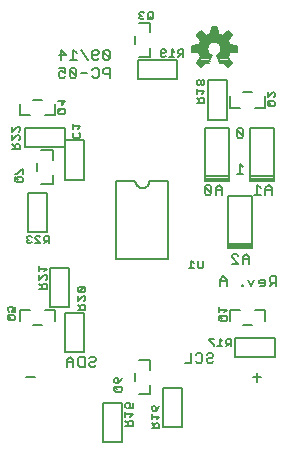
<source format=gbo>
G75*
G70*
%OFA0B0*%
%FSLAX24Y24*%
%IPPOS*%
%LPD*%
%AMOC8*
5,1,8,0,0,1.08239X$1,22.5*
%
%ADD10C,0.0070*%
%ADD11C,0.0080*%
D10*
X004530Y001190D02*
X005170Y001190D01*
X005170Y002510D01*
X004530Y002510D01*
X004530Y001190D01*
X006165Y001651D02*
X006415Y001651D01*
X006415Y001776D01*
X006374Y001818D01*
X006290Y001818D01*
X006248Y001776D01*
X006248Y001651D01*
X006248Y001734D02*
X006165Y001818D01*
X006165Y001946D02*
X006165Y002113D01*
X006165Y002029D02*
X006415Y002029D01*
X006332Y001946D01*
X006290Y002240D02*
X006290Y002365D01*
X006248Y002407D01*
X006207Y002407D01*
X006165Y002365D01*
X006165Y002282D01*
X006207Y002240D01*
X006290Y002240D01*
X006374Y002324D01*
X006415Y002407D01*
X005535Y002324D02*
X005410Y002324D01*
X005452Y002408D01*
X005452Y002449D01*
X005410Y002491D01*
X005327Y002491D01*
X005285Y002449D01*
X005285Y002366D01*
X005327Y002324D01*
X005285Y002196D02*
X005285Y002030D01*
X005285Y002113D02*
X005535Y002113D01*
X005452Y002030D01*
X005494Y001902D02*
X005410Y001902D01*
X005368Y001860D01*
X005368Y001735D01*
X005285Y001735D02*
X005535Y001735D01*
X005535Y001860D01*
X005494Y001902D01*
X005368Y001818D02*
X005285Y001902D01*
X005535Y002324D02*
X005535Y002491D01*
X005732Y002779D02*
X006106Y002779D01*
X006106Y003094D01*
X006530Y003010D02*
X006530Y001690D01*
X007170Y001690D01*
X007170Y003010D01*
X006530Y003010D01*
X005594Y003212D02*
X005594Y003488D01*
X005166Y003333D02*
X005124Y003249D01*
X005040Y003166D01*
X005040Y003291D01*
X004999Y003333D01*
X004957Y003333D01*
X004915Y003291D01*
X004915Y003208D01*
X004957Y003166D01*
X005040Y003166D01*
X004957Y003038D02*
X004915Y002996D01*
X004915Y002913D01*
X004957Y002871D01*
X005124Y002871D01*
X005166Y002913D01*
X005166Y002996D01*
X005124Y003038D01*
X004957Y003038D01*
X004915Y003038D02*
X004999Y002955D01*
X006106Y003606D02*
X006106Y003921D01*
X005732Y003921D01*
X004290Y003930D02*
X004235Y003875D01*
X004125Y003875D01*
X004070Y003820D01*
X004070Y003765D01*
X004125Y003710D01*
X004235Y003710D01*
X004290Y003765D01*
X004290Y003930D02*
X004290Y003985D01*
X004235Y004040D01*
X004125Y004040D01*
X004070Y003985D01*
X003922Y004040D02*
X003757Y004040D01*
X003701Y003985D01*
X003701Y003765D01*
X003757Y003710D01*
X003922Y003710D01*
X003922Y004040D01*
X003920Y004190D02*
X003920Y005510D01*
X003280Y005510D01*
X003280Y004190D01*
X003920Y004190D01*
X003553Y003930D02*
X003443Y004040D01*
X003333Y003930D01*
X003333Y003710D01*
X003333Y003875D02*
X003553Y003875D01*
X003553Y003930D02*
X003553Y003710D01*
X002265Y003350D02*
X001978Y003350D01*
X002212Y005094D02*
X002488Y005094D01*
X002921Y005232D02*
X002921Y005606D01*
X002606Y005606D01*
X002780Y005690D02*
X003420Y005690D01*
X003420Y007010D01*
X002780Y007010D01*
X002780Y005690D01*
X002094Y005606D02*
X001779Y005606D01*
X001779Y005232D01*
X001615Y005287D02*
X001615Y005371D01*
X001574Y005413D01*
X001407Y005413D01*
X001365Y005371D01*
X001365Y005287D01*
X001407Y005246D01*
X001574Y005246D01*
X001615Y005287D01*
X001448Y005329D02*
X001365Y005413D01*
X001407Y005540D02*
X001365Y005582D01*
X001365Y005665D01*
X001407Y005707D01*
X001490Y005707D01*
X001532Y005665D01*
X001532Y005624D01*
X001490Y005540D01*
X001615Y005540D01*
X001615Y005707D01*
X002415Y006301D02*
X002665Y006301D01*
X002665Y006426D01*
X002624Y006468D01*
X002540Y006468D01*
X002498Y006426D01*
X002498Y006301D01*
X002498Y006384D02*
X002415Y006468D01*
X002415Y006596D02*
X002582Y006763D01*
X002624Y006763D01*
X002665Y006721D01*
X002665Y006637D01*
X002624Y006596D01*
X002415Y006596D02*
X002415Y006763D01*
X002415Y006890D02*
X002415Y007057D01*
X002415Y006974D02*
X002665Y006974D01*
X002582Y006890D01*
X003695Y006319D02*
X003695Y006236D01*
X003737Y006194D01*
X003904Y006361D01*
X003737Y006361D01*
X003695Y006319D01*
X003737Y006194D02*
X003904Y006194D01*
X003945Y006236D01*
X003945Y006319D01*
X003904Y006361D01*
X003904Y006066D02*
X003945Y006025D01*
X003945Y005941D01*
X003904Y005900D01*
X003904Y005772D02*
X003820Y005772D01*
X003778Y005730D01*
X003778Y005605D01*
X003695Y005605D02*
X003945Y005605D01*
X003945Y005730D01*
X003904Y005772D01*
X003778Y005688D02*
X003695Y005772D01*
X003695Y005900D02*
X003862Y006066D01*
X003904Y006066D01*
X003695Y006066D02*
X003695Y005900D01*
X004984Y007301D02*
X004984Y009899D01*
X005614Y009899D01*
X005616Y009869D01*
X005621Y009840D01*
X005631Y009812D01*
X005643Y009785D01*
X005659Y009760D01*
X005678Y009737D01*
X005700Y009717D01*
X005724Y009700D01*
X005750Y009685D01*
X005777Y009675D01*
X005806Y009667D01*
X005835Y009663D01*
X005865Y009663D01*
X005894Y009667D01*
X005923Y009675D01*
X005950Y009685D01*
X005976Y009700D01*
X006000Y009717D01*
X006022Y009737D01*
X006041Y009760D01*
X006057Y009785D01*
X006069Y009812D01*
X006079Y009840D01*
X006084Y009869D01*
X006086Y009899D01*
X006716Y009899D01*
X006716Y007301D01*
X004984Y007301D01*
X002749Y007815D02*
X002749Y008065D01*
X002624Y008065D01*
X002582Y008024D01*
X002582Y007940D01*
X002624Y007898D01*
X002749Y007898D01*
X002666Y007898D02*
X002582Y007815D01*
X002454Y007815D02*
X002287Y007982D01*
X002287Y008024D01*
X002329Y008065D01*
X002413Y008065D01*
X002454Y008024D01*
X002454Y007815D02*
X002287Y007815D01*
X002160Y007857D02*
X002118Y007815D01*
X002035Y007815D01*
X001993Y007857D01*
X001993Y007898D01*
X002035Y007940D01*
X002076Y007940D01*
X002035Y007940D02*
X001993Y007982D01*
X001993Y008024D01*
X002035Y008065D01*
X002118Y008065D01*
X002160Y008024D01*
X002030Y008190D02*
X002670Y008190D01*
X002670Y009510D01*
X002030Y009510D01*
X002030Y008190D01*
X002482Y009779D02*
X002856Y009779D01*
X002856Y010094D01*
X003280Y009940D02*
X003920Y009940D01*
X003920Y011260D01*
X003280Y011260D01*
X003280Y009940D01*
X002344Y010212D02*
X002344Y010488D01*
X001865Y010307D02*
X001824Y010307D01*
X001657Y010140D01*
X001615Y010140D01*
X001615Y010013D02*
X001698Y009929D01*
X001657Y009846D02*
X001615Y009887D01*
X001615Y009971D01*
X001657Y010013D01*
X001824Y010013D01*
X001865Y009971D01*
X001865Y009887D01*
X001824Y009846D01*
X001657Y009846D01*
X001865Y010140D02*
X001865Y010307D01*
X002856Y010606D02*
X002856Y010921D01*
X002482Y010921D01*
X001940Y011030D02*
X003260Y011030D01*
X003260Y011670D01*
X001940Y011670D01*
X001940Y011030D01*
X001765Y011076D02*
X001765Y010951D01*
X001515Y010951D01*
X001598Y010951D02*
X001598Y011076D01*
X001640Y011118D01*
X001724Y011118D01*
X001765Y011076D01*
X001598Y011034D02*
X001515Y011118D01*
X001515Y011246D02*
X001682Y011413D01*
X001724Y011413D01*
X001765Y011371D01*
X001765Y011287D01*
X001724Y011246D01*
X001515Y011246D02*
X001515Y011413D01*
X001515Y011540D02*
X001682Y011707D01*
X001724Y011707D01*
X001765Y011665D01*
X001765Y011582D01*
X001724Y011540D01*
X001515Y011540D02*
X001515Y011707D01*
X001779Y012094D02*
X001779Y012468D01*
X002212Y012606D02*
X002488Y012606D01*
X002921Y012468D02*
X002921Y012094D01*
X002606Y012094D01*
X003035Y012177D02*
X003035Y012260D01*
X003077Y012302D01*
X003244Y012302D01*
X003285Y012260D01*
X003285Y012177D01*
X003244Y012135D01*
X003077Y012135D01*
X003035Y012177D01*
X003118Y012218D02*
X003035Y012302D01*
X003160Y012430D02*
X003160Y012596D01*
X003035Y012555D02*
X003285Y012555D01*
X003160Y012430D01*
X002094Y012094D02*
X001779Y012094D01*
X003535Y011796D02*
X003535Y011630D01*
X003535Y011713D02*
X003785Y011713D01*
X003702Y011630D01*
X003744Y011502D02*
X003785Y011460D01*
X003785Y011377D01*
X003744Y011335D01*
X003577Y011335D01*
X003535Y011377D01*
X003535Y011460D01*
X003577Y011502D01*
X007665Y012501D02*
X007915Y012501D01*
X007915Y012626D01*
X007874Y012668D01*
X007790Y012668D01*
X007748Y012626D01*
X007748Y012501D01*
X007748Y012584D02*
X007665Y012668D01*
X007665Y012796D02*
X007665Y012963D01*
X007665Y012879D02*
X007915Y012879D01*
X007832Y012796D01*
X007832Y013090D02*
X007874Y013090D01*
X007915Y013132D01*
X007915Y013215D01*
X007874Y013257D01*
X007832Y013257D01*
X007790Y013215D01*
X007790Y013132D01*
X007832Y013090D01*
X007790Y013132D02*
X007748Y013090D01*
X007707Y013090D01*
X007665Y013132D01*
X007665Y013215D01*
X007707Y013257D01*
X007748Y013257D01*
X007790Y013215D01*
X008030Y013260D02*
X008670Y013260D01*
X008670Y011940D01*
X008030Y011940D01*
X008030Y013260D01*
X007788Y013709D02*
X007659Y013838D01*
X007813Y014027D01*
X007774Y014103D01*
X007748Y014184D01*
X007506Y014209D01*
X007506Y014391D01*
X007748Y014416D01*
X007774Y014497D01*
X007813Y014573D01*
X007659Y014762D01*
X007788Y014891D01*
X007977Y014737D01*
X008053Y014776D01*
X008134Y014802D01*
X008159Y015044D01*
X008341Y015044D01*
X008366Y014802D01*
X008447Y014776D01*
X008523Y014737D01*
X008712Y014891D01*
X008841Y014762D01*
X008687Y014573D01*
X008726Y014497D01*
X008752Y014416D01*
X008994Y014391D01*
X008994Y014209D01*
X008752Y014184D01*
X008726Y014103D01*
X008687Y014027D01*
X008841Y013838D01*
X008712Y013709D01*
X008523Y013863D01*
X008447Y013824D01*
X008340Y014083D01*
X008380Y014105D01*
X008416Y014134D01*
X008445Y014170D01*
X008467Y014210D01*
X008480Y014254D01*
X008484Y014300D01*
X008479Y014350D01*
X008463Y014398D01*
X008437Y014441D01*
X008402Y014478D01*
X008360Y014507D01*
X008314Y014526D01*
X008264Y014534D01*
X008213Y014531D01*
X008165Y014518D01*
X008120Y014495D01*
X008081Y014462D01*
X008050Y014422D01*
X008029Y014377D01*
X008017Y014328D01*
X008017Y014277D01*
X008027Y014228D01*
X008048Y014181D01*
X008078Y014141D01*
X008116Y014108D01*
X008160Y014083D01*
X008053Y013824D01*
X007977Y013863D01*
X007788Y013709D01*
X007725Y013773D02*
X007866Y013773D01*
X007950Y013841D02*
X007661Y013841D01*
X007717Y013910D02*
X008088Y013910D01*
X008117Y013978D02*
X007773Y013978D01*
X007803Y014047D02*
X008145Y014047D01*
X008108Y014115D02*
X007770Y014115D01*
X007748Y014184D02*
X008047Y014184D01*
X008022Y014252D02*
X007506Y014252D01*
X007506Y014321D02*
X008017Y014321D01*
X008034Y014389D02*
X007506Y014389D01*
X007761Y014458D02*
X008077Y014458D01*
X008193Y014526D02*
X007788Y014526D01*
X007795Y014595D02*
X008705Y014595D01*
X008712Y014526D02*
X008311Y014526D01*
X008422Y014458D02*
X008739Y014458D01*
X008761Y014663D02*
X007739Y014663D01*
X007684Y014732D02*
X008816Y014732D01*
X008803Y014800D02*
X008600Y014800D01*
X008684Y014869D02*
X008734Y014869D01*
X008373Y014800D02*
X008127Y014800D01*
X008141Y014869D02*
X008359Y014869D01*
X008352Y014937D02*
X008148Y014937D01*
X008155Y015006D02*
X008345Y015006D01*
X007900Y014800D02*
X007697Y014800D01*
X007766Y014869D02*
X007816Y014869D01*
X008466Y014389D02*
X008994Y014389D01*
X008994Y014321D02*
X008482Y014321D01*
X008479Y014252D02*
X008994Y014252D01*
X008752Y014184D02*
X008452Y014184D01*
X008392Y014115D02*
X008730Y014115D01*
X008697Y014047D02*
X008355Y014047D01*
X008383Y013978D02*
X008727Y013978D01*
X008783Y013910D02*
X008412Y013910D01*
X008440Y013841D02*
X008481Y013841D01*
X008550Y013841D02*
X008839Y013841D01*
X008775Y013773D02*
X008634Y013773D01*
X008060Y013841D02*
X008019Y013841D01*
X007215Y014035D02*
X007215Y014285D01*
X007090Y014285D01*
X007048Y014244D01*
X007048Y014160D01*
X007090Y014118D01*
X007215Y014118D01*
X007132Y014118D02*
X007048Y014035D01*
X007010Y013920D02*
X007010Y013280D01*
X005690Y013280D01*
X005690Y013920D01*
X007010Y013920D01*
X006920Y014035D02*
X006754Y014035D01*
X006837Y014035D02*
X006837Y014285D01*
X006920Y014202D01*
X006626Y014202D02*
X006584Y014160D01*
X006459Y014160D01*
X006459Y014077D02*
X006459Y014244D01*
X006501Y014285D01*
X006584Y014285D01*
X006626Y014244D01*
X006626Y014202D01*
X006626Y014077D02*
X006584Y014035D01*
X006501Y014035D01*
X006459Y014077D01*
X006106Y014029D02*
X005732Y014029D01*
X006106Y014029D02*
X006106Y014344D01*
X005594Y014462D02*
X005594Y014738D01*
X006106Y014856D02*
X006106Y015171D01*
X005732Y015171D01*
X005795Y015285D02*
X005879Y015285D01*
X005920Y015327D01*
X005837Y015410D02*
X005795Y015410D01*
X005754Y015368D01*
X005754Y015327D01*
X005795Y015285D01*
X005795Y015410D02*
X005754Y015452D01*
X005754Y015494D01*
X005795Y015535D01*
X005879Y015535D01*
X005920Y015494D01*
X006048Y015494D02*
X006048Y015327D01*
X006090Y015285D01*
X006173Y015285D01*
X006215Y015327D01*
X006215Y015494D01*
X006173Y015535D01*
X006090Y015535D01*
X006048Y015494D01*
X006132Y015368D02*
X006048Y015285D01*
X004765Y014210D02*
X004710Y014265D01*
X004600Y014265D01*
X004545Y014210D01*
X004765Y013990D01*
X004710Y013935D01*
X004600Y013935D01*
X004545Y013990D01*
X004545Y014210D01*
X004397Y014210D02*
X004397Y014155D01*
X004342Y014100D01*
X004176Y014100D01*
X004176Y013990D02*
X004176Y014210D01*
X004232Y014265D01*
X004342Y014265D01*
X004397Y014210D01*
X004397Y013990D02*
X004342Y013935D01*
X004232Y013935D01*
X004176Y013990D01*
X004028Y013935D02*
X003808Y014265D01*
X003660Y014155D02*
X003550Y014265D01*
X003550Y013935D01*
X003660Y013935D02*
X003440Y013935D01*
X003292Y014100D02*
X003127Y014265D01*
X003127Y013935D01*
X003072Y014100D02*
X003292Y014100D01*
X003283Y013665D02*
X003283Y013500D01*
X003173Y013555D01*
X003118Y013555D01*
X003063Y013500D01*
X003063Y013390D01*
X003118Y013335D01*
X003228Y013335D01*
X003283Y013390D01*
X003431Y013390D02*
X003486Y013335D01*
X003597Y013335D01*
X003652Y013390D01*
X003431Y013610D01*
X003431Y013390D01*
X003652Y013390D02*
X003652Y013610D01*
X003597Y013665D01*
X003486Y013665D01*
X003431Y013610D01*
X003283Y013665D02*
X003063Y013665D01*
X003800Y013500D02*
X004020Y013500D01*
X004168Y013390D02*
X004223Y013335D01*
X004333Y013335D01*
X004388Y013390D01*
X004388Y013610D01*
X004333Y013665D01*
X004223Y013665D01*
X004168Y013610D01*
X004536Y013610D02*
X004536Y013500D01*
X004591Y013445D01*
X004757Y013445D01*
X004757Y013335D02*
X004757Y013665D01*
X004591Y013665D01*
X004536Y013610D01*
X004765Y013990D02*
X004765Y014210D01*
X008779Y012718D02*
X008779Y012344D01*
X009094Y012344D01*
X009606Y012344D02*
X009921Y012344D01*
X009921Y012718D01*
X010035Y012680D02*
X010202Y012846D01*
X010244Y012846D01*
X010285Y012805D01*
X010285Y012721D01*
X010244Y012680D01*
X010244Y012552D02*
X010077Y012552D01*
X010035Y012510D01*
X010035Y012427D01*
X010077Y012385D01*
X010244Y012385D01*
X010285Y012427D01*
X010285Y012510D01*
X010244Y012552D01*
X010118Y012468D02*
X010035Y012552D01*
X010035Y012680D02*
X010035Y012846D01*
X009488Y012856D02*
X009212Y012856D01*
X009160Y011665D02*
X009050Y011665D01*
X008995Y011610D01*
X009215Y011390D01*
X009160Y011335D01*
X009050Y011335D01*
X008995Y011390D01*
X008995Y011610D01*
X009160Y011665D02*
X009215Y011610D01*
X009215Y011390D01*
X009105Y010465D02*
X009105Y010135D01*
X009215Y010135D02*
X008995Y010135D01*
X009215Y010355D02*
X009105Y010465D01*
X009687Y009765D02*
X009687Y009435D01*
X009797Y009435D02*
X009576Y009435D01*
X009945Y009435D02*
X009945Y009655D01*
X010055Y009765D01*
X010165Y009655D01*
X010165Y009435D01*
X010165Y009600D02*
X009945Y009600D01*
X009797Y009655D02*
X009687Y009765D01*
X008515Y009655D02*
X008515Y009435D01*
X008515Y009600D02*
X008295Y009600D01*
X008295Y009655D02*
X008295Y009435D01*
X008147Y009490D02*
X008092Y009435D01*
X007982Y009435D01*
X007926Y009490D01*
X007926Y009710D01*
X008147Y009490D01*
X008147Y009710D01*
X008092Y009765D01*
X007982Y009765D01*
X007926Y009710D01*
X008295Y009655D02*
X008405Y009765D01*
X008515Y009655D01*
X008882Y007465D02*
X008992Y007465D01*
X009047Y007410D01*
X009195Y007355D02*
X009305Y007465D01*
X009415Y007355D01*
X009415Y007135D01*
X009415Y007300D02*
X009195Y007300D01*
X009195Y007355D02*
X009195Y007135D01*
X009047Y007135D02*
X008826Y007355D01*
X008826Y007410D01*
X008882Y007465D01*
X008826Y007135D02*
X009047Y007135D01*
X008547Y006715D02*
X008437Y006605D01*
X008437Y006385D01*
X008437Y006550D02*
X008658Y006550D01*
X008658Y006605D02*
X008547Y006715D01*
X008658Y006605D02*
X008658Y006385D01*
X009155Y006385D02*
X009210Y006385D01*
X009210Y006440D01*
X009155Y006440D01*
X009155Y006385D01*
X009358Y006605D02*
X009468Y006385D01*
X009578Y006605D01*
X009726Y006550D02*
X009726Y006495D01*
X009947Y006495D01*
X009947Y006440D02*
X009947Y006550D01*
X009892Y006605D01*
X009782Y006605D01*
X009726Y006550D01*
X009782Y006385D02*
X009892Y006385D01*
X009947Y006440D01*
X010095Y006385D02*
X010205Y006495D01*
X010150Y006495D02*
X010315Y006495D01*
X010315Y006385D02*
X010315Y006715D01*
X010150Y006715D01*
X010095Y006660D01*
X010095Y006550D01*
X010150Y006495D01*
X008415Y005683D02*
X008415Y005516D01*
X008415Y005599D02*
X008666Y005599D01*
X008582Y005516D01*
X008624Y005388D02*
X008457Y005388D01*
X008415Y005346D01*
X008415Y005263D01*
X008457Y005221D01*
X008624Y005221D01*
X008666Y005263D01*
X008666Y005346D01*
X008624Y005388D01*
X008499Y005305D02*
X008415Y005388D01*
X008779Y005232D02*
X008779Y005606D01*
X009094Y005606D01*
X009606Y005606D02*
X009921Y005606D01*
X009921Y005232D01*
X009488Y005094D02*
X009212Y005094D01*
X008940Y004670D02*
X008940Y004030D01*
X010260Y004030D01*
X010260Y004670D01*
X008940Y004670D01*
X008815Y004635D02*
X008690Y004635D01*
X008648Y004594D01*
X008648Y004510D01*
X008690Y004468D01*
X008815Y004468D01*
X008815Y004385D02*
X008815Y004635D01*
X008732Y004468D02*
X008648Y004385D01*
X008520Y004385D02*
X008354Y004385D01*
X008437Y004385D02*
X008437Y004635D01*
X008520Y004552D01*
X008226Y004635D02*
X008059Y004635D01*
X008059Y004594D01*
X008226Y004427D01*
X008226Y004385D01*
X008160Y004165D02*
X008050Y004165D01*
X007995Y004110D01*
X008050Y004000D02*
X007995Y003945D01*
X007995Y003890D01*
X008050Y003835D01*
X008160Y003835D01*
X008215Y003890D01*
X008160Y004000D02*
X008050Y004000D01*
X008160Y004000D02*
X008215Y004055D01*
X008215Y004110D01*
X008160Y004165D01*
X007847Y004110D02*
X007847Y003890D01*
X007792Y003835D01*
X007682Y003835D01*
X007626Y003890D01*
X007478Y003835D02*
X007258Y003835D01*
X007478Y003835D02*
X007478Y004165D01*
X007626Y004110D02*
X007682Y004165D01*
X007792Y004165D01*
X007847Y004110D01*
X009528Y003350D02*
X009815Y003350D01*
X009672Y003494D02*
X009672Y003207D01*
X007823Y006985D02*
X007740Y006985D01*
X007698Y007027D01*
X007698Y007235D01*
X007570Y007152D02*
X007487Y007235D01*
X007487Y006985D01*
X007570Y006985D02*
X007404Y006985D01*
X007823Y006985D02*
X007865Y007027D01*
X007865Y007235D01*
D11*
X008700Y007650D02*
X008700Y007800D01*
X009500Y007800D01*
X009500Y007650D01*
X008700Y007650D01*
X008700Y007694D02*
X009500Y007694D01*
X009500Y007773D02*
X008700Y007773D01*
X008700Y007800D02*
X009500Y007800D01*
X009500Y009400D01*
X008700Y009400D01*
X008700Y007800D01*
X008750Y009900D02*
X007950Y009900D01*
X007950Y010050D01*
X008750Y010050D01*
X008750Y009900D01*
X008750Y009971D02*
X007950Y009971D01*
X007950Y010049D02*
X008750Y010049D01*
X008750Y010050D02*
X007950Y010050D01*
X007950Y011650D01*
X008750Y011650D01*
X008750Y010050D01*
X009450Y010050D02*
X009450Y009900D01*
X010250Y009900D01*
X010250Y010050D01*
X009450Y010050D01*
X010250Y010050D01*
X010250Y011650D01*
X009450Y011650D01*
X009450Y010050D01*
X009450Y010049D02*
X010250Y010049D01*
X010250Y009971D02*
X009450Y009971D01*
M02*

</source>
